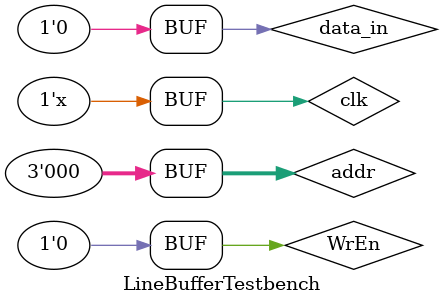
<source format=v>
`define l	7
`define n	3
`define wd	3

module LineBufferTestbench();

	reg	clk,
		WrEn,
		data_in;
	reg	[`wd-1:0]addr;
	
	wire	[`n-2:0]DataOut;

	/** Block Instantiation **/
	LineBuffer #(	.AddrWidth	(`wd),
					.ImageWidth	(`l),
					.WindowSize	(`n))
		Line(	.Clock			(clk),
				.WriteEnable	(WrEn),
				.Addr			(addr),
				.Data			(data_in),
				.LineData		(DataOut)
		);
	
	/** Clock generation **/
	always
		#2 clk = ~clk;
	
	/** Send inputs **/
	initial
	begin
		clk = 1;
		WrEn = 0;
		addr = 0;
		
		#5
		WrEn = 1;
		data_in = 1;
		addr = 0;
		
		#4
		WrEn = 0;
		
		#4
		WrEn = 1;
		addr = 5;
		data_in = 1;
		
		#4
		WrEn = 0;
		
		#4
		WrEn = 1;
		addr = 0;
		data_in = 0;
		
		#4
		WrEn = 0;
	end

endmodule 
</source>
